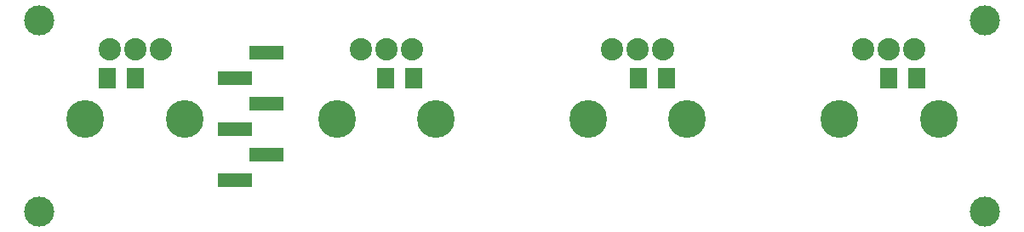
<source format=gbr>
G04 DipTrace 3.3.1.3*
G04 TopMask.gbr*
%MOIN*%
G04 #@! TF.FileFunction,Soldermask,Top*
G04 #@! TF.Part,Single*
%ADD37C,0.11811*%
%ADD43R,0.070866X0.07874*%
%ADD45C,0.147874*%
%ADD47C,0.087874*%
%ADD49R,0.133071X0.057874*%
%FSLAX26Y26*%
G04*
G70*
G90*
G75*
G01*
G04 TopMask*
%LPD*%
D49*
X1275984Y635827D3*
X1401181Y735827D3*
X1275984Y835827D3*
X1401181Y935827D3*
X1275984Y1035827D3*
X1401181Y1135827D3*
D47*
X785827Y1148327D3*
X885827D3*
X985827D3*
D45*
X692087Y873327D3*
X1079567D3*
D43*
X778076Y1035993D3*
X888312D3*
D47*
X1770079Y1148327D3*
X1870079D3*
X1970079D3*
D45*
X1676339Y873327D3*
X2063819D3*
D43*
X1978003Y1036000D3*
X1867766D3*
D47*
X2754331Y1148327D3*
X2854331D3*
X2954331D3*
D45*
X2660591Y873327D3*
X3048071D3*
D43*
X2968504Y1036000D3*
X2858268D3*
D47*
X3738583Y1148327D3*
X3838583D3*
X3938583D3*
D45*
X3644843Y873327D3*
X4032323D3*
D43*
X3948819Y1036000D3*
X3838583D3*
D37*
X511811Y511811D3*
Y1259843D3*
X4212598D3*
Y511811D3*
M02*

</source>
